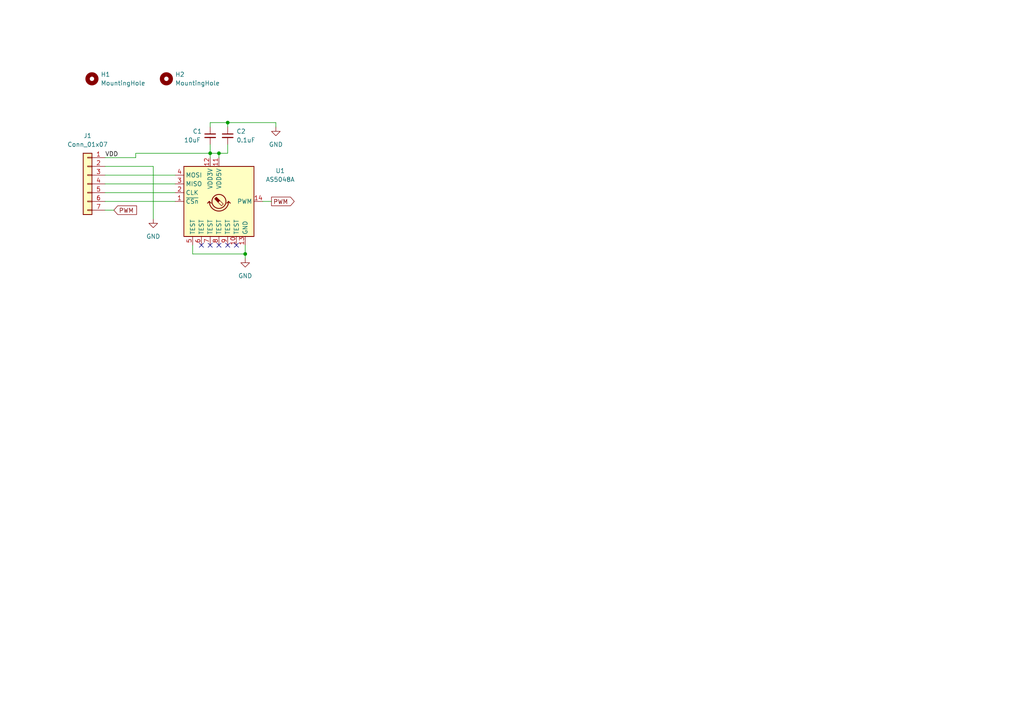
<source format=kicad_sch>
(kicad_sch (version 20211123) (generator eeschema)
  (paper "A4")
  (lib_symbols
    (symbol "Connector_Generic:Conn_01x07" (pin_names (offset 1.016) hide)
      (property "Reference" "J" (at 0 10.16 0))
      (property "Value" "Conn_01x07" (at 0 -10.16 0))
      (symbol "Conn_01x07_1_1"
        (rectangle (start -1.27 -7.493) (end 0 -7.747) (stroke (width 0.1524)))
        (rectangle (start -1.27 -4.953) (end 0 -5.207) (stroke (width 0.1524)))
        (rectangle (start -1.27 -2.413) (end 0 -2.667) (stroke (width 0.1524)))
        (rectangle (start -1.27 0.127) (end 0 -0.127) (stroke (width 0.1524)))
        (rectangle (start -1.27 2.667) (end 0 2.413) (stroke (width 0.1524)))
        (rectangle (start -1.27 5.207) (end 0 4.953) (stroke (width 0.1524)))
        (rectangle (start -1.27 7.747) (end 0 7.493) (stroke (width 0.1524)))
        (rectangle (start -1.27 8.89) (end 1.27 -8.89) (stroke (width 0.254)) (fill (type background)))
        (pin passive line (at -5.08 7.62 0) (length 3.81) (name "Pin_1") (number "1"))
        (pin passive line (at -5.08 5.08 0) (length 3.81) (name "Pin_2") (number "2"))
        (pin passive line (at -5.08 2.54 0) (length 3.81) (name "Pin_3") (number "3"))
        (pin passive line (at -5.08 0 0) (length 3.81) (name "Pin_4") (number "4"))
        (pin passive line (at -5.08 -2.54 0) (length 3.81) (name "Pin_5") (number "5"))
        (pin passive line (at -5.08 -5.08 0) (length 3.81) (name "Pin_6") (number "6"))
        (pin passive line (at -5.08 -7.62 0) (length 3.81) (name "Pin_7") (number "7"))
      )
    )
    (symbol "Device:C_Small" (pin_numbers hide) (pin_names (offset 0.254) hide)
      (property "Reference" "C" (at 0.254 1.778 0))
      (property "Value" "C_Small" (at 0.254 -2.032 0))
      (symbol "C_Small_0_1"
        (polyline (pts (xy -1.524 -0.508) (xy 1.524 -0.508)) (stroke (width 0.3302)))
        (polyline (pts (xy -1.524 0.508) (xy 1.524 0.508)) (stroke (width 0.3048)))
      )
      (symbol "C_Small_1_1"
        (pin passive line (at 0 2.54 270) (length 2.032) (name "~") (number "1"))
        (pin passive line (at 0 -2.54 90) (length 2.032) (name "~") (number "2"))
      )
    )
    (symbol "Mechanical:MountingHole" (pin_names (offset 1.016))
      (property "Reference" "H" (at 0 5.08 0))
      (property "Value" "MountingHole" (at 0 3.175 0))
      (symbol "MountingHole_0_1"
        (circle (center 0 0) (radius 1.27) (stroke (width 1.27)))
      )
    )
    (symbol "Sensor_Magnetic:AS5048A"
      (property "Reference" "U" (at -10.16 11.43 0))
      (property "Value" "AS5048A" (at 10.16 11.43 0))
      (symbol "AS5048A_0_1"
        (rectangle (start -10.16 10.16) (end 10.16 -10.16) (stroke (width 0.254)) (fill (type background)))
        (arc (start -2.794 0) (mid 0 -2.794) (end 2.794 0) (stroke (width 0.254)))
        (polyline (pts (xy -2.794 0) (xy -3.302 -0.508)) (stroke (width 0.254)))
        (polyline (pts (xy -2.794 0) (xy -2.286 -0.508)) (stroke (width 0.254)))
        (polyline (pts (xy 2.794 0) (xy 2.286 -0.508)) (stroke (width 0.254)))
        (polyline (pts (xy 2.794 0) (xy 3.302 -0.508)) (stroke (width 0.254)))
      )
      (symbol "AS5048A_1_1"
        (polyline (pts (xy 0.254 0.254) (xy 1.27 -0.762) (xy 0.762 -1.27) (xy -0.254 -0.254)))
        (polyline (pts (xy -0.762 1.27) (xy 0.254 0.254) (xy -0.254 -0.254) (xy -1.27 0.762) (xy -1.016 1.016) (xy -0.762 1.27) (xy -0.635 1.143)) (fill (type outline)))
        (circle (center 0 0) (radius 2.032) (stroke (width 0.254)))
        (pin input line (at -12.7 0 0) (length 2.54) (name "~{CSn}") (number "1"))
        (pin passive line (at 5.08 -12.7 90) (length 2.54) (name "TEST") (number "10"))
        (pin power_in line (at 0 12.7 270) (length 2.54) (name "VDD5V") (number "11"))
        (pin power_in line (at -2.54 12.7 270) (length 2.54) (name "VDD3V") (number "12"))
        (pin power_in line (at 7.62 -12.7 90) (length 2.54) (name "GND") (number "13"))
        (pin output line (at 12.7 0 180) (length 2.54) (name "PWM") (number "14"))
        (pin input line (at -12.7 2.54 0) (length 2.54) (name "CLK") (number "2"))
        (pin output line (at -12.7 5.08 0) (length 2.54) (name "MISO") (number "3"))
        (pin input line (at -12.7 7.62 0) (length 2.54) (name "MOSI") (number "4"))
        (pin passive line (at -7.62 -12.7 90) (length 2.54) (name "TEST") (number "5"))
        (pin passive line (at -5.08 -12.7 90) (length 2.54) (name "TEST") (number "6"))
        (pin passive line (at -2.54 -12.7 90) (length 2.54) (name "TEST") (number "7"))
        (pin passive line (at 0 -12.7 90) (length 2.54) (name "TEST") (number "8"))
        (pin passive line (at 2.54 -12.7 90) (length 2.54) (name "TEST") (number "9"))
      )
    )
    (symbol "power:GND" (power) (pin_names (offset 0))
      (property "Value" "GND" (at 0 -3.81 0))
      (symbol "GND_0_1"
        (polyline (pts (xy 0 0) (xy 0 -1.27) (xy 1.27 -1.27) (xy 0 -2.54) (xy -1.27 -1.27) (xy 0 -1.27)))
      )
      (symbol "GND_1_1"
        (pin power_in line (at 0 0 270) (length 0) hide (name "GND") (number "1"))
      )
    )
  )
  (junction (at 71.12 73.66))
  (junction (at 63.5 44.45))
  (junction (at 66.04 35.56))
  (junction (at 60.96 44.45))
  (no_connect (at 63.5 71.12))
  (no_connect (at 68.58 71.12))
  (no_connect (at 66.04 71.12))
  (no_connect (at 58.42 71.12))
  (no_connect (at 60.96 71.12))
  (wire (pts (xy 30.48 55.88) (xy 50.8 55.88)))
  (wire (pts (xy 39.37 44.45) (xy 60.96 44.45)))
  (wire (pts (xy 63.5 44.45) (xy 63.5 45.72)))
  (wire (pts (xy 30.48 58.42) (xy 50.8 58.42)))
  (wire (pts (xy 30.48 45.72) (xy 39.37 45.72)))
  (wire (pts (xy 60.96 44.45) (xy 60.96 45.72)))
  (wire (pts (xy 66.04 41.91) (xy 66.04 44.45)))
  (wire (pts (xy 30.48 50.8) (xy 50.8 50.8)))
  (wire (pts (xy 60.96 35.56) (xy 66.04 35.56)))
  (wire (pts (xy 60.96 41.91) (xy 60.96 44.45)))
  (wire (pts (xy 30.48 48.26) (xy 44.45 48.26)))
  (wire (pts (xy 55.88 73.66) (xy 71.12 73.66)))
  (wire (pts (xy 60.96 36.83) (xy 60.96 35.56)))
  (wire (pts (xy 66.04 35.56) (xy 66.04 36.83)))
  (wire (pts (xy 71.12 74.93) (xy 71.12 73.66)))
  (wire (pts (xy 44.45 48.26) (xy 44.45 63.5)))
  (wire (pts (xy 60.96 44.45) (xy 63.5 44.45)))
  (wire (pts (xy 66.04 35.56) (xy 80.01 35.56)))
  (wire (pts (xy 63.5 44.45) (xy 66.04 44.45)))
  (wire (pts (xy 30.48 60.96) (xy 33.02 60.96)))
  (wire (pts (xy 39.37 45.72) (xy 39.37 44.45)))
  (wire (pts (xy 55.88 71.12) (xy 55.88 73.66)))
  (wire (pts (xy 76.2 58.42) (xy 78.74 58.42)))
  (wire (pts (xy 30.48 53.34) (xy 50.8 53.34)))
  (wire (pts (xy 71.12 71.12) (xy 71.12 73.66)))
  (wire (pts (xy 80.01 35.56) (xy 80.01 36.83)))
  (label "VDD" (at 30.48 45.72 0))
  (global_label "PWM" (shape output) (at 78.74 58.42 0) (property "Intersheet References" "${INTERSHEET_REFS}" (effects hide)))
  (global_label "PWM" (shape input) (at 33.02 60.96 0) (property "Intersheet References" "${INTERSHEET_REFS}" (effects hide)))
  (symbol (lib_id "Device:C_Small") (at 60.96 39.37 0) (unit 1)
    (property "Reference" "C1" (at 55.88 38.1 0) (effects (justify left)))
    (property "Value" "10uF" (at 53.34 40.64 0) (effects (justify left)))
    (property "Footprint" "Capacitor_SMD:C_0603_1608Metric" (effects hide))
  )
  (symbol (lib_id "power:GND") (at 80.01 36.83 0) (unit 1)
    (property "Reference" "#PWR01" (effects hide))
    (property "Value" "GND" (at 80.01 41.91 0))
  )
  (symbol (lib_id "power:GND") (at 44.45 63.5 0) (unit 1)
    (property "Reference" "#PWR02" (effects hide))
    (property "Value" "GND" (at 44.45 68.58 0))
  )
  (symbol (lib_id "power:GND") (at 71.12 74.93 0) (unit 1)
    (property "Reference" "#PWR03" (effects hide))
    (property "Value" "GND" (at 71.12 80.01 0))
  )
  (symbol (lib_id "Mechanical:MountingHole") (at 26.67 22.86 0) (unit 1)
    (property "Reference" "H1" (at 29.21 21.5899 0) (effects (justify left)))
    (property "Value" "MountingHole" (at 29.21 24.1299 0) (effects (justify left)))
    (property "Footprint" "MountingHole:MountingHole_2.2mm_M2" (effects hide))
  )
  (symbol (lib_id "Device:C_Small") (at 66.04 39.37 0) (unit 1)
    (property "Reference" "C2" (at 68.58 38.1062 0) (effects (justify left)))
    (property "Value" "0.1uF" (at 68.58 40.6462 0) (effects (justify left)))
    (property "Footprint" "Capacitor_SMD:C_0603_1608Metric" (effects hide))
  )
  (symbol (lib_id "Connector_Generic:Conn_01x07") (at 25.4 53.34 0) (mirror y) (unit 1)
    (property "Reference" "J1" (at 25.4 39.37 0))
    (property "Value" "Conn_01x07" (at 25.4 41.91 0))
    (property "Footprint" "Connector_Molex:Molex_PicoBlade_53047-0710_1x07_P1.25mm_Vertical" (effects hide))
  )
  (symbol (lib_id "Mechanical:MountingHole") (at 48.26 22.86 0) (unit 1)
    (property "Reference" "H2" (at 50.8 21.5899 0) (effects (justify left)))
    (property "Value" "MountingHole" (at 50.8 24.1299 0) (effects (justify left)))
  )
  (symbol (lib_id "Sensor_Magnetic:AS5048A") (at 63.5 58.42 0) (unit 1)
    (property "Reference" "U1" (at 81.28 49.53 0))
    (property "Value" "AS5048A" (at 81.28 52.07 0))
    (property "Footprint" "Package_SO:TSSOP-14_4.4x5mm_P0.65mm" (effects hide))
    (property "Datasheet" "https://ams.com/documents/20143/36005/AS5048_DS000298_4-00.pdf" (effects hide))
  )
)
</source>
